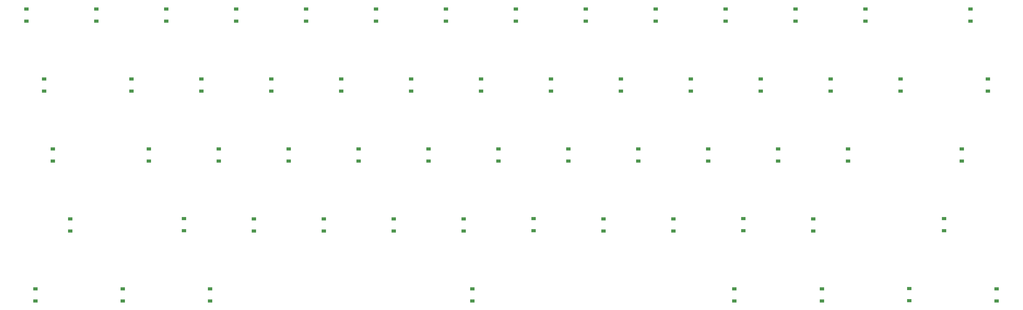
<source format=gbr>
%TF.GenerationSoftware,KiCad,Pcbnew,6.0.6-3a73a75311~116~ubuntu21.10.1*%
%TF.CreationDate,2022-11-06T15:30:45+01:00*%
%TF.ProjectId,Keyboard,4b657962-6f61-4726-942e-6b696361645f,v1*%
%TF.SameCoordinates,Original*%
%TF.FileFunction,Paste,Bot*%
%TF.FilePolarity,Positive*%
%FSLAX46Y46*%
G04 Gerber Fmt 4.6, Leading zero omitted, Abs format (unit mm)*
G04 Created by KiCad (PCBNEW 6.0.6-3a73a75311~116~ubuntu21.10.1) date 2022-11-06 15:30:45*
%MOMM*%
%LPD*%
G01*
G04 APERTURE LIST*
%ADD10R,1.200000X0.900000*%
G04 APERTURE END LIST*
D10*
%TO.C,D61*%
X345100400Y-148009400D03*
X345100400Y-144709400D03*
%TD*%
%TO.C,D19*%
X166520500Y-90862700D03*
X166520500Y-87562700D03*
%TD*%
%TO.C,D5*%
X156999900Y-71815800D03*
X156999900Y-68515800D03*
%TD*%
%TO.C,D16*%
X109371500Y-90863000D03*
X109371500Y-87563000D03*
%TD*%
%TO.C,D52*%
X295097300Y-128960600D03*
X295097300Y-125660600D03*
%TD*%
%TO.C,D8*%
X214149900Y-71815800D03*
X214149900Y-68515800D03*
%TD*%
%TO.C,D44*%
X142707100Y-128960300D03*
X142707100Y-125660300D03*
%TD*%
%TO.C,D22*%
X223670500Y-90862700D03*
X223670500Y-87562700D03*
%TD*%
%TO.C,D42*%
X92704000Y-128960300D03*
X92704000Y-125660300D03*
%TD*%
%TO.C,D25*%
X280820500Y-90862700D03*
X280820500Y-87562700D03*
%TD*%
%TO.C,D24*%
X261770500Y-90862700D03*
X261770500Y-87562700D03*
%TD*%
%TO.C,D50*%
X256998500Y-128960600D03*
X256998500Y-125660600D03*
%TD*%
%TO.C,D45*%
X161755700Y-128960600D03*
X161755700Y-125660600D03*
%TD*%
%TO.C,D34*%
X190331500Y-109911500D03*
X190331500Y-106611500D03*
%TD*%
%TO.C,D41*%
X335576200Y-109911500D03*
X335576200Y-106611500D03*
%TD*%
%TO.C,D18*%
X147470500Y-90862700D03*
X147470500Y-87562700D03*
%TD*%
%TO.C,D2*%
X99849900Y-71815800D03*
X99849900Y-68515800D03*
%TD*%
%TO.C,D3*%
X118899900Y-71815800D03*
X118899900Y-68515800D03*
%TD*%
%TO.C,D55*%
X106990400Y-148009400D03*
X106990400Y-144709400D03*
%TD*%
%TO.C,D11*%
X271299900Y-71815800D03*
X271299900Y-68515800D03*
%TD*%
%TO.C,D13*%
X309399900Y-71815800D03*
X309399900Y-68515800D03*
%TD*%
%TO.C,D15*%
X85560500Y-90863000D03*
X85560500Y-87563000D03*
%TD*%
%TO.C,D49*%
X237948500Y-128960600D03*
X237948500Y-125660600D03*
%TD*%
%TO.C,D31*%
X133182500Y-109911800D03*
X133182500Y-106611800D03*
%TD*%
%TO.C,D38*%
X266531500Y-109911500D03*
X266531500Y-106611500D03*
%TD*%
%TO.C,D26*%
X299870500Y-90862700D03*
X299870500Y-87562700D03*
%TD*%
%TO.C,D46*%
X180798500Y-128960600D03*
X180798500Y-125660600D03*
%TD*%
%TO.C,D35*%
X209381500Y-109911500D03*
X209381500Y-106611500D03*
%TD*%
%TO.C,D17*%
X128420500Y-90862700D03*
X128420500Y-87562700D03*
%TD*%
%TO.C,D10*%
X252249900Y-71815800D03*
X252249900Y-68515800D03*
%TD*%
%TO.C,D20*%
X185570500Y-90862700D03*
X185570500Y-87562700D03*
%TD*%
%TO.C,D21*%
X204620500Y-90862700D03*
X204620500Y-87562700D03*
%TD*%
%TO.C,D1*%
X80799900Y-71815800D03*
X80799900Y-68515800D03*
%TD*%
%TO.C,D27*%
X318908500Y-90862700D03*
X318908500Y-87562700D03*
%TD*%
%TO.C,D48*%
X218898500Y-128898100D03*
X218898500Y-125598100D03*
%TD*%
%TO.C,D23*%
X242720500Y-90862700D03*
X242720500Y-87562700D03*
%TD*%
%TO.C,D56*%
X130801400Y-148009400D03*
X130801400Y-144709400D03*
%TD*%
%TO.C,D28*%
X342719500Y-90862700D03*
X342719500Y-87562700D03*
%TD*%
%TO.C,D6*%
X176049900Y-71815800D03*
X176049900Y-68515800D03*
%TD*%
%TO.C,D33*%
X171281500Y-109911500D03*
X171281500Y-106611500D03*
%TD*%
%TO.C,D40*%
X304631500Y-109911500D03*
X304631500Y-106611500D03*
%TD*%
%TO.C,D54*%
X83179600Y-148009100D03*
X83179600Y-144709100D03*
%TD*%
%TO.C,D39*%
X285581500Y-109911500D03*
X285581500Y-106611500D03*
%TD*%
%TO.C,D29*%
X87940100Y-109911800D03*
X87940100Y-106611800D03*
%TD*%
%TO.C,D60*%
X321289400Y-147946900D03*
X321289400Y-144646900D03*
%TD*%
%TO.C,D37*%
X247481500Y-109911500D03*
X247481500Y-106611500D03*
%TD*%
%TO.C,D4*%
X137949900Y-71815800D03*
X137949900Y-68515800D03*
%TD*%
%TO.C,D14*%
X337974900Y-71815800D03*
X337974900Y-68515800D03*
%TD*%
%TO.C,D47*%
X199848500Y-128960600D03*
X199848500Y-125660600D03*
%TD*%
%TO.C,D12*%
X290349900Y-71815800D03*
X290349900Y-68515800D03*
%TD*%
%TO.C,D57*%
X202234400Y-148009400D03*
X202234400Y-144709400D03*
%TD*%
%TO.C,D59*%
X297477100Y-148009100D03*
X297477100Y-144709100D03*
%TD*%
%TO.C,D30*%
X114133700Y-109911800D03*
X114133700Y-106611800D03*
%TD*%
%TO.C,D53*%
X330821400Y-128873800D03*
X330821400Y-125573800D03*
%TD*%
%TO.C,D9*%
X233199900Y-71815800D03*
X233199900Y-68515800D03*
%TD*%
%TO.C,D51*%
X276048500Y-128898100D03*
X276048500Y-125598100D03*
%TD*%
%TO.C,D58*%
X273667400Y-148009400D03*
X273667400Y-144709400D03*
%TD*%
%TO.C,D36*%
X228431500Y-109911500D03*
X228431500Y-106611500D03*
%TD*%
%TO.C,D7*%
X195099900Y-71815800D03*
X195099900Y-68515800D03*
%TD*%
%TO.C,D43*%
X123658100Y-128898100D03*
X123658100Y-125598100D03*
%TD*%
%TO.C,D32*%
X152231500Y-109911500D03*
X152231500Y-106611500D03*
%TD*%
M02*

</source>
